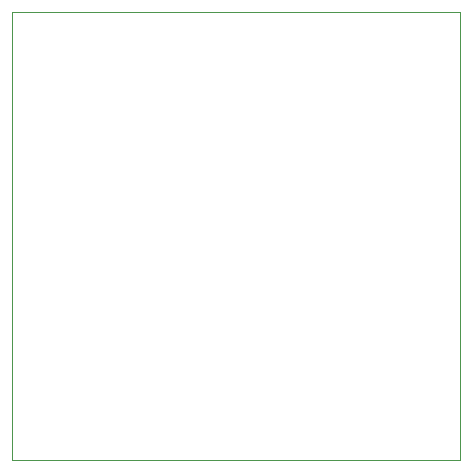
<source format=gbr>
%TF.GenerationSoftware,KiCad,Pcbnew,9.0.4*%
%TF.CreationDate,2025-09-08T19:19:13+09:00*%
%TF.ProjectId,GPS_FrontEnd,4750535f-4672-46f6-9e74-456e642e6b69,Rev.1.0*%
%TF.SameCoordinates,Original*%
%TF.FileFunction,Profile,NP*%
%FSLAX46Y46*%
G04 Gerber Fmt 4.6, Leading zero omitted, Abs format (unit mm)*
G04 Created by KiCad (PCBNEW 9.0.4) date 2025-09-08 19:19:13*
%MOMM*%
%LPD*%
G01*
G04 APERTURE LIST*
%TA.AperFunction,Profile*%
%ADD10C,0.050000*%
%TD*%
G04 APERTURE END LIST*
D10*
X122360000Y-79000000D02*
X160360000Y-79000000D01*
X160360000Y-117000000D01*
X122360000Y-117000000D01*
X122360000Y-79000000D01*
M02*

</source>
